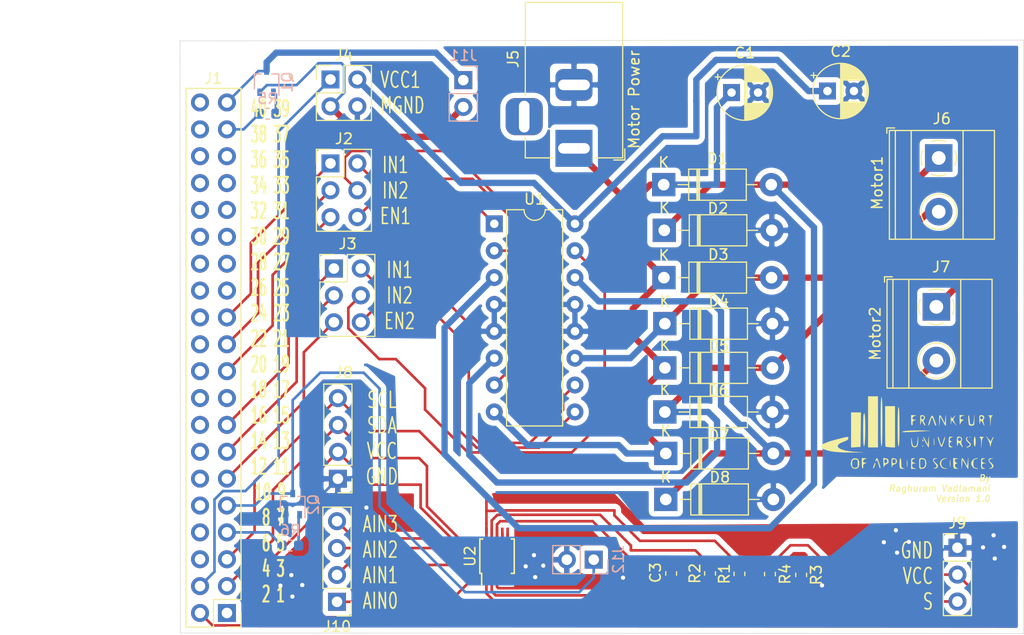
<source format=kicad_pcb>
(kicad_pcb (version 20171130) (host pcbnew "(5.1.6)-1")
  (layers (0 F.Cu signal) (31 B.Cu signal) (34 B.Paste user) (35 F.Paste user) (36 B.SilkS user) (37 F.SilkS user) (38 B.Mask user) (39 F.Mask user) (44 Edge.Cuts user))
  (net 0 "")
  (net 1 "Net-(J1-Pad40)")
  (net 2 "Net-(J1-Pad39)")
  (net 3 "Net-(J1-Pad38)")
  (net 4 "Net-(J1-Pad37)")
  (net 5 "Net-(J1-Pad36)")
  (net 6 "Net-(J1-Pad35)")
  (net 7 "Net-(J1-Pad34)")
  (net 8 "Net-(J1-Pad33)")
  (net 9 "Net-(J1-Pad32)")
  (net 10 "Net-(J1-Pad31)")
  (net 11 "Net-(J1-Pad30)")
  (net 12 "Net-(J1-Pad29)")
  (net 13 "Net-(J1-Pad28)")
  (net 14 "Net-(J1-Pad27)")
  (net 15 "Net-(J1-Pad26)")
  (net 16 "Net-(J1-Pad25)")
  (net 17 "Net-(J1-Pad24)")
  (net 18 "Net-(J1-Pad23)")
  (net 19 "Net-(J1-Pad22)")
  (net 20 "Net-(J1-Pad21)")
  (net 21 "Net-(J1-Pad20)")
  (net 22 "Net-(J1-Pad19)")
  (net 23 "Net-(J1-Pad18)")
  (net 24 "Net-(J1-Pad17)")
  (net 25 "Net-(J1-Pad16)")
  (net 26 "Net-(J1-Pad15)")
  (net 27 "Net-(J1-Pad14)")
  (net 28 "Net-(J1-Pad13)")
  (net 29 "Net-(J1-Pad12)")
  (net 30 "Net-(J1-Pad11)")
  (net 31 "Net-(J1-Pad10)")
  (net 32 "Net-(J1-Pad8)")
  (net 33 "Net-(J1-Pad7)")
  (net 34 "Net-(J1-Pad6)")
  (net 35 "Net-(J1-Pad4)")
  (net 36 "Net-(J1-Pad1)")
  (net 37 "Net-(J2-Pad6)")
  (net 38 "Net-(J2-Pad4)")
  (net 39 "Net-(J2-Pad2)")
  (net 40 "Net-(J3-Pad6)")
  (net 41 "Net-(J3-Pad4)")
  (net 42 "Net-(J3-Pad2)")
  (net 43 GND)
  (net 44 "Net-(C1-Pad1)")
  (net 45 "Net-(D1-Pad2)")
  (net 46 "Net-(D3-Pad2)")
  (net 47 "Net-(D5-Pad2)")
  (net 48 "Net-(D7-Pad2)")
  (net 49 "Net-(C2-Pad1)")
  (net 50 VCC)
  (net 51 /SCL)
  (net 52 /SDA)
  (net 53 /ALERT)
  (net 54 /ADDR)
  (net 55 /AIN0)
  (net 56 /AIN1)
  (net 57 /AIN2)
  (net 58 /AIN3)
  (net 59 "Net-(J1-Pad9)")
  (net 60 "Net-(Q1-Pad1)")
  (net 61 "Net-(Q2-Pad1)")
  (net 62 "Net-(J11-Pad2)")
  (module Connector_PinHeader_2.54mm:PinHeader_1x02_P2.54mm_Vertical (layer B.Cu) (at 136.3472 90.11412 90)
    (fp_text reference J12 (at 0 2.33 90) (layer B.SilkS) (effects (justify mirror)))
    (fp_text value Conn_01x02)
    (pad 2 thru_hole oval (at 0 -2.54 90) (size 1.7 1.7) (drill 1) (layers *.Cu *.Mask) (net 43 GND))
    (pad 1 thru_hole rect (at 0 0 90) (size 1.7 1.7) (drill 1) (layers *.Cu *.Mask) (net 59 "Net-(J1-Pad9)"))
  )
  (module Connector_PinHeader_2.54mm:PinHeader_1x02_P2.54mm_Vertical (layer B.Cu) (at 124.0282 44.7802 180)
    (fp_text reference J11 (at 0 2.33) (layer B.SilkS) (effects (justify mirror)))
    (fp_text value Conn_01x02)
    (pad 2 thru_hole oval (at 0 -2.54 180) (size 1.7 1.7) (drill 1) (layers *.Cu *.Mask) (net 62 "Net-(J11-Pad2)"))
    (pad 1 thru_hole rect (at 0 0 180) (size 1.7 1.7) (drill 1) (layers *.Cu *.Mask) (net 2 "Net-(J1-Pad39)"))
  )
  (module Resistor_SMD:R_0603_1608Metric (layer B.Cu) (at 107.68584 88.77808 180)
    (fp_text reference R6 (at 0 1.43) (layer B.SilkS) (effects (justify mirror)))
    (fp_text value 1K)
    (pad 2 smd roundrect (at 0.7875 0 180) (size 0.875 0.95) (layers B.Cu B.Paste B.Mask) (net 33 "Net-(J1-Pad7)"))
    (pad 1 smd roundrect (at -0.7875 0 180) (size 0.875 0.95) (layers B.Cu B.Paste B.Mask) (net 61 "Net-(Q2-Pad1)"))
  )
  (module Resistor_SMD:R_0603_1608Metric (layer B.Cu) (at 105.54208 47.9552 180)
    (fp_text reference R5 (at 0 1.43) (layer B.SilkS) (effects (justify mirror)))
    (fp_text value 1K)
    (pad 2 smd roundrect (at 0.7875 0 180) (size 0.875 0.95) (layers B.Cu B.Paste B.Mask) (net 4 "Net-(J1-Pad37)"))
    (pad 1 smd roundrect (at -0.7875 0 180) (size 0.875 0.95) (layers B.Cu B.Paste B.Mask) (net 60 "Net-(Q1-Pad1)"))
  )
  (module Package_TO_SOT_SMD:SOT-323_SC-70 (layer B.Cu) (at 107.91444 84.8614 90)
    (fp_text reference Q2 (at -0.05 1.95 90) (layer B.SilkS) (effects (justify mirror)))
    (fp_text value BC817W)
    (pad 3 smd rect (at 1 0 180) (size 0.45 0.7) (layers B.Cu B.Paste B.Mask) (net 59 "Net-(J1-Pad9)"))
    (pad 2 smd rect (at -1 -0.65 180) (size 0.45 0.7) (layers B.Cu B.Paste B.Mask) (net 43 GND))
    (pad 1 smd rect (at -1 0.65 180) (size 0.45 0.7) (layers B.Cu B.Paste B.Mask) (net 61 "Net-(Q2-Pad1)"))
  )
  (module Package_TO_SOT_SMD:SOT-323_SC-70 (layer B.Cu) (at 105.45064 44.92752 90)
    (fp_text reference Q1 (at -0.05 1.95 270) (layer B.SilkS) (effects (justify mirror)))
    (fp_text value BC817W)
    (pad 3 smd rect (at 1 0 180) (size 0.45 0.7) (layers B.Cu B.Paste B.Mask) (net 2 "Net-(J1-Pad39)"))
    (pad 2 smd rect (at -1 -0.65 180) (size 0.45 0.7) (layers B.Cu B.Paste B.Mask) (net 62 "Net-(J11-Pad2)"))
    (pad 1 smd rect (at -1 0.65 180) (size 0.45 0.7) (layers B.Cu B.Paste B.Mask) (net 60 "Net-(Q1-Pad1)"))
  )
  (module logo:FHFrankfurtLogo (layer F.Cu) (at 166.243 78.22692)
    (fp_text reference G*** hide)
    (fp_text value LOGO hide)
  )
  (module Connector_PinHeader_2.54mm:PinHeader_1x04_P2.54mm_Vertical (layer F.Cu) (at 112.10036 94.09684 180)
    (fp_text reference J10 (at 0 -2.33) (layer F.SilkS))
    (fp_text value Conn_01x04)
    (pad 4 thru_hole oval (at 0 7.62 180) (size 1.7 1.7) (drill 1) (layers *.Cu *.Mask) (net 58 /AIN3))
    (pad 3 thru_hole oval (at 0 5.08 180) (size 1.7 1.7) (drill 1) (layers *.Cu *.Mask) (net 57 /AIN2))
    (pad 2 thru_hole oval (at 0 2.54 180) (size 1.7 1.7) (drill 1) (layers *.Cu *.Mask) (net 56 /AIN1))
    (pad 1 thru_hole rect (at 0 0 180) (size 1.7 1.7) (drill 1) (layers *.Cu *.Mask) (net 55 /AIN0))
  )
  (module Connector_PinHeader_2.54mm:PinHeader_1x03_P2.54mm_Vertical (layer F.Cu) (at 170.70324 88.98636)
    (fp_text reference J9 (at 0 -2.33) (layer F.SilkS))
    (fp_text value Conn_01x03)
    (pad 3 thru_hole oval (at 0 5.08) (size 1.7 1.7) (drill 1) (layers *.Cu *.Mask) (net 55 /AIN0))
    (pad 2 thru_hole oval (at 0 2.54) (size 1.7 1.7) (drill 1) (layers *.Cu *.Mask) (net 50 VCC))
    (pad 1 thru_hole rect (at 0 0) (size 1.7 1.7) (drill 1) (layers *.Cu *.Mask) (net 43 GND))
  )
  (module Package_SO:TSSOP-10_3x3mm_P0.5mm (layer F.Cu) (at 127.21336 89.78392 90)
    (fp_text reference U2 (at 0 -2.55 90) (layer F.SilkS))
    (fp_text value ADS1115IDGS)
    (pad 10 smd rect (at 2.15 -1 90) (size 1.1 0.25) (layers F.Cu F.Paste F.Mask) (net 51 /SCL))
    (pad 9 smd rect (at 2.15 -0.5 90) (size 1.1 0.25) (layers F.Cu F.Paste F.Mask) (net 52 /SDA))
    (pad 8 smd rect (at 2.15 0 90) (size 1.1 0.25) (layers F.Cu F.Paste F.Mask) (net 50 VCC))
    (pad 7 smd rect (at 2.15 0.5 90) (size 1.1 0.25) (layers F.Cu F.Paste F.Mask) (net 58 /AIN3))
    (pad 6 smd rect (at 2.15 1 90) (size 1.1 0.25) (layers F.Cu F.Paste F.Mask) (net 57 /AIN2))
    (pad 5 smd rect (at -2.15 1 90) (size 1.1 0.25) (layers F.Cu F.Paste F.Mask) (net 56 /AIN1))
    (pad 4 smd rect (at -2.15 0.5 90) (size 1.1 0.25) (layers F.Cu F.Paste F.Mask) (net 55 /AIN0))
    (pad 3 smd rect (at -2.15 0 90) (size 1.1 0.25) (layers F.Cu F.Paste F.Mask) (net 43 GND))
    (pad 2 smd rect (at -2.15 -0.5 90) (size 1.1 0.25) (layers F.Cu F.Paste F.Mask) (net 53 /ALERT))
    (pad 1 smd rect (at -2.15 -1 90) (size 1.1 0.25) (layers F.Cu F.Paste F.Mask) (net 54 /ADDR))
  )
  (module Capacitor_SMD:C_0603_1608Metric (layer F.Cu) (at 143.6624 91.4146 270)
    (fp_text reference C3 (at -0.07112 1.48336 90) (layer F.SilkS))
    (fp_text value 1uF)
    (pad 2 smd roundrect (at 0.7875 0 270) (size 0.875 0.95) (layers F.Cu F.Paste F.Mask) (net 43 GND))
    (pad 1 smd roundrect (at -0.7875 0 270) (size 0.875 0.95) (layers F.Cu F.Paste F.Mask) (net 50 VCC))
  )
  (module Resistor_SMD:R_0603_1608Metric (layer F.Cu) (at 155.94076 91.55176 270)
    (fp_text reference R3 (at 0 -1.43 90) (layer F.SilkS))
    (fp_text value 10K)
    (pad 2 smd roundrect (at 0.7875 0 270) (size 0.875 0.95) (layers F.Cu F.Paste F.Mask) (net 54 /ADDR))
    (pad 1 smd roundrect (at -0.7875 0 270) (size 0.875 0.95) (layers F.Cu F.Paste F.Mask) (net 43 GND))
  )
  (module Resistor_SMD:R_0603_1608Metric (layer F.Cu) (at 147.33524 91.4146 90)
    (fp_text reference R2 (at 0 -1.43 90) (layer F.SilkS))
    (fp_text value 10K)
    (pad 2 smd roundrect (at 0.7875 0 90) (size 0.875 0.95) (layers F.Cu F.Paste F.Mask) (net 52 /SDA))
    (pad 1 smd roundrect (at -0.7875 0 90) (size 0.875 0.95) (layers F.Cu F.Paste F.Mask) (net 50 VCC))
  )
  (module Resistor_SMD:R_0603_1608Metric (layer F.Cu) (at 150.114 91.45524 90)
    (fp_text reference R1 (at 0 -1.43 90) (layer F.SilkS))
    (fp_text value 10K)
    (pad 2 smd roundrect (at 0.7875 0 90) (size 0.875 0.95) (layers F.Cu F.Paste F.Mask) (net 51 /SCL))
    (pad 1 smd roundrect (at -0.7875 0 90) (size 0.875 0.95) (layers F.Cu F.Paste F.Mask) (net 50 VCC))
  )
  (module Resistor_SMD:R_0603_1608Metric (layer F.Cu) (at 152.99436 91.47556 270)
    (fp_text reference R4 (at 0 -1.43 90) (layer F.SilkS))
    (fp_text value 10K)
    (pad 2 smd roundrect (at 0.7875 0 270) (size 0.875 0.95) (layers F.Cu F.Paste F.Mask) (net 53 /ALERT))
    (pad 1 smd roundrect (at -0.7875 0 270) (size 0.875 0.95) (layers F.Cu F.Paste F.Mask) (net 50 VCC))
  )
  (module Connector_PinHeader_2.54mm:PinHeader_2x03_P2.54mm_Vertical (layer F.Cu) (at 111.80572 62.59068)
    (fp_text reference J3 (at 1.30048 -2.33) (layer F.SilkS))
    (fp_text value Conn_02x03_Odd_Even)
    (pad 6 thru_hole oval (at 2.54 5.08) (size 1.7 1.7) (drill 1) (layers *.Cu *.Mask) (net 40 "Net-(J3-Pad6)"))
    (pad 5 thru_hole oval (at 0 5.08) (size 1.7 1.7) (drill 1) (layers *.Cu *.Mask) (net 30 "Net-(J1-Pad11)"))
    (pad 4 thru_hole oval (at 2.54 2.54) (size 1.7 1.7) (drill 1) (layers *.Cu *.Mask) (net 41 "Net-(J3-Pad4)"))
    (pad 3 thru_hole oval (at 0 2.54) (size 1.7 1.7) (drill 1) (layers *.Cu *.Mask) (net 28 "Net-(J1-Pad13)"))
    (pad 2 thru_hole oval (at 2.54 0) (size 1.7 1.7) (drill 1) (layers *.Cu *.Mask) (net 42 "Net-(J3-Pad2)"))
    (pad 1 thru_hole rect (at 0 0) (size 1.7 1.7) (drill 1) (layers *.Cu *.Mask) (net 26 "Net-(J1-Pad15)"))
  )
  (module Connector_PinHeader_2.54mm:PinHeader_2x20_P2.54mm_Vertical (layer F.Cu) (at 101.7016 95.15348 180)
    (fp_text reference J1 (at 1.2954 50.54092) (layer F.SilkS))
    (fp_text value Conn_02x20_Odd_Even)
    (pad 40 thru_hole oval (at 2.54 48.26 180) (size 1.7 1.7) (drill 1) (layers *.Cu *.Mask) (net 1 "Net-(J1-Pad40)"))
    (pad 39 thru_hole oval (at 0 48.26 180) (size 1.7 1.7) (drill 1) (layers *.Cu *.Mask) (net 2 "Net-(J1-Pad39)"))
    (pad 38 thru_hole oval (at 2.54 45.72 180) (size 1.7 1.7) (drill 1) (layers *.Cu *.Mask) (net 3 "Net-(J1-Pad38)"))
    (pad 37 thru_hole oval (at 0 45.72 180) (size 1.7 1.7) (drill 1) (layers *.Cu *.Mask) (net 4 "Net-(J1-Pad37)"))
    (pad 36 thru_hole oval (at 2.54 43.18 180) (size 1.7 1.7) (drill 1) (layers *.Cu *.Mask) (net 5 "Net-(J1-Pad36)"))
    (pad 35 thru_hole oval (at 0 43.18 180) (size 1.7 1.7) (drill 1) (layers *.Cu *.Mask) (net 6 "Net-(J1-Pad35)"))
    (pad 34 thru_hole oval (at 2.54 40.64 180) (size 1.7 1.7) (drill 1) (layers *.Cu *.Mask) (net 7 "Net-(J1-Pad34)"))
    (pad 33 thru_hole oval (at 0 40.64 180) (size 1.7 1.7) (drill 1) (layers *.Cu *.Mask) (net 8 "Net-(J1-Pad33)"))
    (pad 32 thru_hole oval (at 2.54 38.1 180) (size 1.7 1.7) (drill 1) (layers *.Cu *.Mask) (net 9 "Net-(J1-Pad32)"))
    (pad 31 thru_hole oval (at 0 38.1 180) (size 1.7 1.7) (drill 1) (layers *.Cu *.Mask) (net 10 "Net-(J1-Pad31)"))
    (pad 30 thru_hole oval (at 2.54 35.56 180) (size 1.7 1.7) (drill 1) (layers *.Cu *.Mask) (net 11 "Net-(J1-Pad30)"))
    (pad 29 thru_hole oval (at 0 35.56 180) (size 1.7 1.7) (drill 1) (layers *.Cu *.Mask) (net 12 "Net-(J1-Pad29)"))
    (pad 28 thru_hole oval (at 2.54 33.02 180) (size 1.7 1.7) (drill 1) (layers *.Cu *.Mask) (net 13 "Net-(J1-Pad28)"))
    (pad 27 thru_hole oval (at 0 33.02 180) (size 1.7 1.7) (drill 1) (layers *.Cu *.Mask) (net 14 "Net-(J1-Pad27)"))
    (pad 26 thru_hole oval (at 2.54 30.48 180) (size 1.7 1.7) (drill 1) (layers *.Cu *.Mask) (net 15 "Net-(J1-Pad26)"))
    (pad 25 thru_hole oval (at 0 30.48 180) (size 1.7 1.7) (drill 1) (layers *.Cu *.Mask) (net 16 "Net-(J1-Pad25)"))
    (pad 24 thru_hole oval (at 2.54 27.94 180) (size 1.7 1.7) (drill 1) (layers *.Cu *.Mask) (net 17 "Net-(J1-Pad24)"))
    (pad 23 thru_hole oval (at 0 27.94 180) (size 1.7 1.7) (drill 1) (layers *.Cu *.Mask) (net 18 "Net-(J1-Pad23)"))
    (pad 22 thru_hole oval (at 2.54 25.4 180) (size 1.7 1.7) (drill 1) (layers *.Cu *.Mask) (net 19 "Net-(J1-Pad22)"))
    (pad 21 thru_hole oval (at 0 25.4 180) (size 1.7 1.7) (drill 1) (layers *.Cu *.Mask) (net 20 "Net-(J1-Pad21)"))
    (pad 20 thru_hole oval (at 2.54 22.86 180) (size 1.7 1.7) (drill 1) (layers *.Cu *.Mask) (net 21 "Net-(J1-Pad20)"))
    (pad 19 thru_hole oval (at 0 22.86 180) (size 1.7 1.7) (drill 1) (layers *.Cu *.Mask) (net 22 "Net-(J1-Pad19)"))
    (pad 18 thru_hole oval (at 2.54 20.32 180) (size 1.7 1.7) (drill 1) (layers *.Cu *.Mask) (net 23 "Net-(J1-Pad18)"))
    (pad 17 thru_hole oval (at 0 20.32 180) (size 1.7 1.7) (drill 1) (layers *.Cu *.Mask) (net 24 "Net-(J1-Pad17)"))
    (pad 16 thru_hole oval (at 2.54 17.78 180) (size 1.7 1.7) (drill 1) (layers *.Cu *.Mask) (net 25 "Net-(J1-Pad16)"))
    (pad 15 thru_hole oval (at 0 17.78 180) (size 1.7 1.7) (drill 1) (layers *.Cu *.Mask) (net 26 "Net-(J1-Pad15)"))
    (pad 14 thru_hole oval (at 2.54 15.24 180) (size 1.7 1.7) (drill 1) (layers *.Cu *.Mask) (net 27 "Net-(J1-Pad14)"))
    (pad 13 thru_hole oval (at 0 15.24 180) (size 1.7 1.7) (drill 1) (layers *.Cu *.Mask) (net 28 "Net-(J1-Pad13)"))
    (pad 12 thru_hole oval (at 2.54 12.7 180) (size 1.7 1.7) (drill 1) (layers *.Cu *.Mask) (net 29 "Net-(J1-Pad12)"))
    (pad 11 thru_hole oval (at 0 12.7 180) (size 1.7 1.7) (drill 1) (layers *.Cu *.Mask) (net 30 "Net-(J1-Pad11)"))
    (pad 10 thru_hole oval (at 2.54 10.16 180) (size 1.7 1.7) (drill 1) (layers *.Cu *.Mask) (net 31 "Net-(J1-Pad10)"))
    (pad 9 thru_hole oval (at 0 10.16 180) (size 1.7 1.7) (drill 1) (layers *.Cu *.Mask) (net 59 "Net-(J1-Pad9)"))
    (pad 8 thru_hole oval (at 2.54 7.62 180) (size 1.7 1.7) (drill 1) (layers *.Cu *.Mask) (net 32 "Net-(J1-Pad8)"))
    (pad 7 thru_hole oval (at 0 7.62 180) (size 1.7 1.7) (drill 1) (layers *.Cu *.Mask) (net 33 "Net-(J1-Pad7)"))
    (pad 6 thru_hole oval (at 2.54 5.08 180) (size 1.7 1.7) (drill 1) (layers *.Cu *.Mask) (net 34 "Net-(J1-Pad6)"))
    (pad 5 thru_hole oval (at 0 5.08 180) (size 1.7 1.7) (drill 1) (layers *.Cu *.Mask) (net 51 /SCL))
    (pad 4 thru_hole oval (at 2.54 2.54 180) (size 1.7 1.7) (drill 1) (layers *.Cu *.Mask) (net 35 "Net-(J1-Pad4)"))
    (pad 3 thru_hole oval (at 0 2.54 180) (size 1.7 1.7) (drill 1) (layers *.Cu *.Mask) (net 52 /SDA))
    (pad 2 thru_hole oval (at 2.54 0 180) (size 1.7 1.7) (drill 1) (layers *.Cu *.Mask) (net 50 VCC))
    (pad 1 thru_hole rect (at 0 0 180) (size 1.7 1.7) (drill 1) (layers *.Cu *.Mask) (net 36 "Net-(J1-Pad1)"))
  )
  (module TerminalBlock_Phoenix:TerminalBlock_Phoenix_MKDS-1,5-2-5.08_1x02_P5.08mm_Horizontal (layer F.Cu) (at 168.71188 66.21272 270)
    (fp_text reference J7 (at -3.76936 -0.45212 180) (layer F.SilkS))
    (fp_text value Motor2 (at 2.52984 5.78104 90) (layer F.SilkS))
    (pad 2 thru_hole circle (at 5.08 0 270) (size 2.6 2.6) (drill 1.3) (layers *.Cu *.Mask) (net 48 "Net-(D7-Pad2)"))
    (pad 1 thru_hole rect (at 0 0 270) (size 2.6 2.6) (drill 1.3) (layers *.Cu *.Mask) (net 46 "Net-(D3-Pad2)"))
  )
  (module TerminalBlock_Phoenix:TerminalBlock_Phoenix_MKDS-1,5-2-5.08_1x02_P5.08mm_Horizontal (layer F.Cu) (at 168.9354 52.14112 270)
    (fp_text reference J6 (at -3.7084 -0.29464) (layer F.SilkS))
    (fp_text value Motor1 (at 2.35204 5.81152 90) (layer F.SilkS))
    (pad 2 thru_hole circle (at 5.08 0 270) (size 2.6 2.6) (drill 1.3) (layers *.Cu *.Mask) (net 47 "Net-(D5-Pad2)"))
    (pad 1 thru_hole rect (at 0 0 270) (size 2.6 2.6) (drill 1.3) (layers *.Cu *.Mask) (net 45 "Net-(D1-Pad2)"))
  )
  (module Connector_PinHeader_2.54mm:PinHeader_1x04_P2.54mm_Vertical (layer F.Cu) (at 112.18164 82.46364 180)
    (fp_text reference J8 (at -0.5588 10.05332) (layer F.SilkS))
    (fp_text value Conn_01x04)
    (pad 4 thru_hole oval (at 0 7.62 180) (size 1.7 1.7) (drill 1) (layers *.Cu *.Mask) (net 51 /SCL))
    (pad 3 thru_hole oval (at 0 5.08 180) (size 1.7 1.7) (drill 1) (layers *.Cu *.Mask) (net 52 /SDA))
    (pad 2 thru_hole oval (at 0 2.54 180) (size 1.7 1.7) (drill 1) (layers *.Cu *.Mask) (net 50 VCC))
    (pad 1 thru_hole rect (at 0 0 180) (size 1.7 1.7) (drill 1) (layers *.Cu *.Mask) (net 43 GND))
  )
  (module Connector_BarrelJack:BarrelJack_Horizontal (layer F.Cu) (at 134.48284 51.2318 270)
    (fp_text reference J5 (at -8.45 5.75 90) (layer F.SilkS))
    (fp_text value "Motor Power" (at -4.61772 -5.67944 90) (layer F.SilkS))
    (pad 3 thru_hole roundrect (at -3 4.7 270) (size 3.5 3.5) (drill oval 3 1) (layers *.Cu *.Mask))
    (pad 2 thru_hole roundrect (at -6 0 270) (size 3 3.5) (drill oval 1 3) (layers *.Cu *.Mask) (net 43 GND))
    (pad 1 thru_hole rect (at 0 0 270) (size 3.5 3.5) (drill oval 1 3) (layers *.Cu *.Mask) (net 44 "Net-(C1-Pad1)"))
  )
  (module Capacitor_THT:CP_Radial_D5.0mm_P2.50mm (layer F.Cu) (at 158.42488 45.81144)
    (fp_text reference C2 (at 1.25 -3.75) (layer F.SilkS))
    (fp_text value 0.1uF)
    (pad 1 thru_hole rect (at 0 0) (size 1.6 1.6) (drill 0.8) (layers *.Cu *.Mask) (net 49 "Net-(C2-Pad1)"))
    (pad 2 thru_hole circle (at 2.5 0) (size 1.6 1.6) (drill 0.8) (layers *.Cu *.Mask) (net 43 GND))
  )
  (module Diode_THT:D_DO-41_SOD81_P10.16mm_Horizontal (layer F.Cu) (at 143.1544 84.41944)
    (fp_text reference D8 (at 5.1054 -2.09804) (layer F.SilkS))
    (fp_text value 1N4007)
    (fp_text user K (at 0 -2.1) (layer F.SilkS))
    (pad 1 thru_hole rect (at 0 0) (size 2.2 2.2) (drill 1.1) (layers *.Cu *.Mask) (net 48 "Net-(D7-Pad2)"))
    (pad 2 thru_hole oval (at 10.16 0) (size 2.2 2.2) (drill 1.1) (layers *.Cu *.Mask) (net 43 GND))
  )
  (module Diode_THT:D_DO-41_SOD81_P10.16mm_Horizontal (layer F.Cu) (at 143.1544 80.07096)
    (fp_text reference D7 (at 5.02412 -1.70688) (layer F.SilkS))
    (fp_text value 1N4007)
    (fp_text user K (at 0 -2.1) (layer F.SilkS))
    (pad 1 thru_hole rect (at 0 0) (size 2.2 2.2) (drill 1.1) (layers *.Cu *.Mask) (net 44 "Net-(C1-Pad1)"))
    (pad 2 thru_hole oval (at 10.16 0) (size 2.2 2.2) (drill 1.1) (layers *.Cu *.Mask) (net 48 "Net-(D7-Pad2)"))
  )
  (module Diode_THT:D_DO-41_SOD81_P10.16mm_Horizontal (layer F.Cu) (at 143.06804 76.15428)
    (fp_text reference D6 (at 5.04952 -2.04216) (layer F.SilkS))
    (fp_text value 1N4007)
    (fp_text user K (at 0 -2.1) (layer F.SilkS))
    (pad 1 thru_hole rect (at 0 0) (size 2.2 2.2) (drill 1.1) (layers *.Cu *.Mask) (net 47 "Net-(D5-Pad2)"))
    (pad 2 thru_hole oval (at 10.16 0) (size 2.2 2.2) (drill 1.1) (layers *.Cu *.Mask) (net 43 GND))
  )
  (module Diode_THT:D_DO-41_SOD81_P10.16mm_Horizontal (layer F.Cu) (at 143.06804 71.97852)
    (fp_text reference D5 (at 5.08508 -2.06756) (layer F.SilkS))
    (fp_text value 1N4007)
    (fp_text user K (at 0 -2.1) (layer F.SilkS))
    (pad 1 thru_hole rect (at 0 0) (size 2.2 2.2) (drill 1.1) (layers *.Cu *.Mask) (net 44 "Net-(C1-Pad1)"))
    (pad 2 thru_hole oval (at 10.16 0) (size 2.2 2.2) (drill 1.1) (layers *.Cu *.Mask) (net 47 "Net-(D5-Pad2)"))
  )
  (module Diode_THT:D_DO-41_SOD81_P10.16mm_Horizontal (layer F.Cu) (at 143.06804 67.80276)
    (fp_text reference D4 (at 5.09524 -2.14376) (layer F.SilkS))
    (fp_text value 1N4007)
    (fp_text user K (at 0 -2.1) (layer F.SilkS))
    (pad 1 thru_hole rect (at 0 0) (size 2.2 2.2) (drill 1.1) (layers *.Cu *.Mask) (net 46 "Net-(D3-Pad2)"))
    (pad 2 thru_hole oval (at 10.16 0) (size 2.2 2.2) (drill 1.1) (layers *.Cu *.Mask) (net 43 GND))
  )
  (module Diode_THT:D_DO-41_SOD81_P10.16mm_Horizontal (layer F.Cu) (at 142.98168 63.45428)
    (fp_text reference D3 (at 5.13588 -2.17932) (layer F.SilkS))
    (fp_text value 1N4007)
    (fp_text user K (at 0 -2.1) (layer F.SilkS))
    (pad 1 thru_hole rect (at 0 0) (size 2.2 2.2) (drill 1.1) (layers *.Cu *.Mask) (net 44 "Net-(C1-Pad1)"))
    (pad 2 thru_hole oval (at 10.16 0) (size 2.2 2.2) (drill 1.1) (layers *.Cu *.Mask) (net 46 "Net-(D3-Pad2)"))
  )
  (module Diode_THT:D_DO-41_SOD81_P10.16mm_Horizontal (layer F.Cu) (at 143.01216 58.9788)
    (fp_text reference D2 (at 5.06984 -2.07772) (layer F.SilkS))
    (fp_text value 1N4007)
    (fp_text user K (at 0 -2.1) (layer F.SilkS))
    (pad 1 thru_hole rect (at 0 0) (size 2.2 2.2) (drill 1.1) (layers *.Cu *.Mask) (net 45 "Net-(D1-Pad2)"))
    (pad 2 thru_hole oval (at 10.16 0) (size 2.2 2.2) (drill 1.1) (layers *.Cu *.Mask) (net 43 GND))
  )
  (module Diode_THT:D_DO-41_SOD81_P10.16mm_Horizontal (layer F.Cu) (at 142.95628 54.66588)
    (fp_text reference D1 (at 5.08 -2.47) (layer F.SilkS))
    (fp_text value 1N4007)
    (fp_text user K (at 0 -2.1) (layer F.SilkS))
    (pad 1 thru_hole rect (at 0 0) (size 2.2 2.2) (drill 1.1) (layers *.Cu *.Mask) (net 44 "Net-(C1-Pad1)"))
    (pad 2 thru_hole oval (at 10.16 0) (size 2.2 2.2) (drill 1.1) (layers *.Cu *.Mask) (net 45 "Net-(D1-Pad2)"))
  )
  (module Capacitor_THT:CP_Radial_D5.0mm_P2.50mm (layer F.Cu) (at 149.36724 45.95876)
    (fp_text reference C1 (at 1.25 -3.75) (layer F.SilkS))
    (fp_text value 1uF)
    (pad 1 thru_hole rect (at 0 0) (size 1.6 1.6) (drill 0.8) (layers *.Cu *.Mask) (net 44 "Net-(C1-Pad1)"))
    (pad 2 thru_hole circle (at 2.5 0) (size 1.6 1.6) (drill 0.8) (layers *.Cu *.Mask) (net 43 GND))
  )
  (module Package_DIP:DIP-16_W7.62mm (layer F.Cu) (at 126.95428 58.36412)
    (fp_text reference U1 (at 3.81 -2.33) (layer F.SilkS))
    (fp_text value L293D)
    (pad 16 thru_hole oval (at 7.62 0) (size 1.6 1.6) (drill 0.8) (layers *.Cu *.Mask) (net 49 "Net-(C2-Pad1)"))
    (pad 8 thru_hole oval (at 0 17.78) (size 1.6 1.6) (drill 0.8) (layers *.Cu *.Mask) (net 44 "Net-(C1-Pad1)"))
    (pad 15 thru_hole oval (at 7.62 2.54) (size 1.6 1.6) (drill 0.8) (layers *.Cu *.Mask) (net 41 "Net-(J3-Pad4)"))
    (pad 7 thru_hole oval (at 0 15.24) (size 1.6 1.6) (drill 0.8) (layers *.Cu *.Mask) (net 38 "Net-(J2-Pad4)"))
    (pad 14 thru_hole oval (at 7.62 5.08) (size 1.6 1.6) (drill 0.8) (layers *.Cu *.Mask) (net 48 "Net-(D7-Pad2)"))
    (pad 6 thru_hole oval (at 0 12.7) (size 1.6 1.6) (drill 0.8) (layers *.Cu *.Mask) (net 47 "Net-(D5-Pad2)"))
    (pad 13 thru_hole oval (at 7.62 7.62) (size 1.6 1.6) (drill 0.8) (layers *.Cu *.Mask) (net 43 GND))
    (pad 5 thru_hole oval (at 0 10.16) (size 1.6 1.6) (drill 0.8) (layers *.Cu *.Mask) (net 43 GND))
    (pad 12 thru_hole oval (at 7.62 10.16) (size 1.6 1.6) (drill 0.8) (layers *.Cu *.Mask) (net 43 GND))
    (pad 4 thru_hole oval (at 0 7.62) (size 1.6 1.6) (drill 0.8) (layers *.Cu *.Mask) (net 43 GND))
    (pad 11 thru_hole oval (at 7.62 12.7) (size 1.6 1.6) (drill 0.8) (layers *.Cu *.Mask) (net 46 "Net-(D3-Pad2)"))
    (pad 3 thru_hole oval (at 0 5.08) (size 1.6 1.6) (drill 0.8) (layers *.Cu *.Mask) (net 45 "Net-(D1-Pad2)"))
    (pad 10 thru_hole oval (at 7.62 15.24) (size 1.6 1.6) (drill 0.8) (layers *.Cu *.Mask) (net 42 "Net-(J3-Pad2)"))
    (pad 2 thru_hole oval (at 0 2.54) (size 1.6 1.6) (drill 0.8) (layers *.Cu *.Mask) (net 39 "Net-(J2-Pad2)"))
    (pad 9 thru_hole oval (at 7.62 17.78) (size 1.6 1.6) (drill 0.8) (layers *.Cu *.Mask) (net 40 "Net-(J3-Pad6)"))
    (pad 1 thru_hole rect (at 0 0) (size 1.6 1.6) (drill 0.8) (layers *.Cu *.Mask) (net 37 "Net-(J2-Pad6)"))
  )
  (module Connector_PinHeader_2.54mm:PinHeader_2x02_P2.54mm_Vertical (layer F.Cu) (at 111.4806 44.71924)
    (fp_text reference J4 (at 1.27 -2.33) (layer F.SilkS))
    (fp_text value Conn_02x02_Odd_Even)
    (pad 4 thru_hole oval (at 2.54 2.54) (size 1.7 1.7) (drill 1) (layers *.Cu *.Mask) (net 43 GND))
    (pad 3 thru_hole oval (at 0 2.54) (size 1.7 1.7) (drill 1) (layers *.Cu *.Mask) (net 62 "Net-(J11-Pad2)"))
    (pad 2 thru_hole oval (at 2.54 0) (size 1.7 1.7) (drill 1) (layers *.Cu *.Mask) (net 49 "Net-(C2-Pad1)"))
    (pad 1 thru_hole rect (at 0 0) (size 1.7 1.7) (drill 1) (layers *.Cu *.Mask) (net 35 "Net-(J1-Pad4)"))
  )
  (module Connector_PinHeader_2.54mm:PinHeader_2x03_P2.54mm_Vertical (layer F.Cu) (at 111.4806 52.6542)
    (fp_text reference J2 (at 1.27 -2.33) (layer F.SilkS))
    (fp_text value Conn_02x03_Odd_Even)
    (pad 6 thru_hole oval (at 2.54 5.08) (size 1.7 1.7) (drill 1) (layers *.Cu *.Mask) (net 37 "Net-(J2-Pad6)"))
    (pad 5 thru_hole oval (at 0 5.08) (size 1.7 1.7) (drill 1) (layers *.Cu *.Mask) (net 22 "Net-(J1-Pad19)"))
    (pad 4 thru_hole oval (at 2.54 2.54) (size 1.7 1.7) (drill 1) (layers *.Cu *.Mask) (net 38 "Net-(J2-Pad4)"))
    (pad 3 thru_hole oval (at 0 2.54) (size 1.7 1.7) (drill 1) (layers *.Cu *.Mask) (net 20 "Net-(J1-Pad21)"))
    (pad 2 thru_hole oval (at 2.54 0) (size 1.7 1.7) (drill 1) (layers *.Cu *.Mask) (net 39 "Net-(J2-Pad2)"))
    (pad 1 thru_hole rect (at 0 0) (size 1.7 1.7) (drill 1) (layers *.Cu *.Mask) (net 18 "Net-(J1-Pad23)"))
  )
  (gr_text "By\nRaghuram Vadlamani\nVersion 1.0" (at 173.86808 83.37804) (layer F.SilkS) (effects (font (size 0.6 0.6) (thickness 0.1) italic) (justify right)))
  (gr_text "VCC1\nMGND" (at 116.08308 45.96892) (layer F.SilkS) (effects (font (size 1.5 1)) (justify left)))
  (gr_text "GND\nVCC\nS" (at 168.49344 91.66352) (layer F.SilkS) (effects (font (size 1.5 1)) (justify right)))
  (gr_text "40 39\n38 37\n36 35\n34 33\n32 31\n30 29\n28 27\n26 25\n24 23\n22 21\n20 19\n18 17\n16 15\n14 13\n12 11\n10 9\n 8 7\n 6 5\n 4 3\n 2 1\n" (at 105.78592 70.43928) (layer F.SilkS) (effects (font (size 1.5 0.8) (thickness 0.2))))
  (gr_text "AIN3\nAIN2\nAIN1\nAIN0" (at 116.18976 90.38336) (layer F.SilkS) (effects (font (size 1.5 1))))
  (gr_text "SCL\nSDA\nVCC\nGND" (at 116.33708 78.6384) (layer F.SilkS) (effects (font (size 1.5 1))))
  (gr_text "IN1\nIN2\nEN2" (at 118.01348 65.14592) (layer F.SilkS) (effects (font (size 1.5 1))))
  (gr_text "IN1\nIN2\nEN1" (at 117.61216 55.22468) (layer F.SilkS) (effects (font (size 1.5 1))))
  (gr_line (start 97.27184 41.0718) (end 176.97196 40.9956) (layer Edge.Cuts) (width 0.05))
  (gr_line (start 97.27184 41.07688) (end 97.27184 41.08196) (layer Edge.Cuts) (width 0.05))
  (gr_line (start 97.29724 97.04832) (end 97.27184 41.07688) (layer Edge.Cuts) (width 0.05))
  (gr_line (start 176.97196 42.56024) (end 176.97196 40.9956) (layer Edge.Cuts) (width 0.05))
  (gr_line (start 176.93132 97.09404) (end 176.97196 42.56024) (layer Edge.Cuts) (width 0.05))
  (gr_line (start 173.96968 97.08388) (end 176.93132 97.09404) (layer Edge.Cuts) (width 0.05))
  (gr_line (start 97.29216 97.04324) (end 173.96968 97.08388) (layer Edge.Cuts) (width 0.05))
  (segment (start 104.66756 43.92752) (end 105.45064 43.92752) (width 0.25) (layer B.Cu) (net 2))
  (segment (start 101.7016 46.89348) (end 104.66756 43.92752) (width 0.25) (layer B.Cu) (net 2))
  (segment (start 105.45064 43.92752) (end 105.45064 43.09364) (width 0.6) (layer B.Cu) (net 2))
  (segment (start 105.45064 43.09364) (end 106.35996 42.18432) (width 0.6) (layer B.Cu) (net 2))
  (segment (start 121.43232 42.18432) (end 124.0282 44.7802) (width 0.6) (layer B.Cu) (net 2))
  (segment (start 106.35996 42.18432) (end 121.43232 42.18432) (width 0.6) (layer B.Cu) (net 2))
  (segment (start 103.2763 49.43348) (end 104.75458 47.9552) (width 0.25) (layer B.Cu) (net 4))
  (segment (start 101.7016 49.43348) (end 103.2763 49.43348) (width 0.25) (layer B.Cu) (net 4))
  (segment (start 101.7016 67.21348) (end 103.62692 65.28816) (width 0.25) (layer F.Cu) (net 18))
  (segment (start 103.62692 65.28816) (end 103.63708 65.28816) (width 0.25) (layer F.Cu) (net 18))
  (segment (start 103.63708 65.28816) (end 103.95712 64.96812) (width 0.25) (layer F.Cu) (net 18))
  (segment (start 103.95712 60.17768) (end 111.4806 52.6542) (width 0.25) (layer F.Cu) (net 18))
  (segment (start 103.95712 64.96812) (end 103.95712 60.17768) (width 0.25) (layer F.Cu) (net 18))
  (segment (start 101.7016 69.75348) (end 104.63784 66.81724) (width 0.25) (layer F.Cu) (net 20))
  (segment (start 104.63784 62.03696) (end 111.4806 55.1942) (width 0.25) (layer F.Cu) (net 20))
  (segment (start 104.63784 66.81724) (end 104.63784 62.03696) (width 0.25) (layer F.Cu) (net 20))
  (segment (start 101.7016 72.29348) (end 106.0196 67.97548) (width 0.25) (layer F.Cu) (net 22))
  (segment (start 106.0196 63.1952) (end 111.4806 57.7342) (width 0.25) (layer F.Cu) (net 22))
  (segment (start 106.0196 67.97548) (end 106.0196 63.1952) (width 0.25) (layer F.Cu) (net 22))
  (segment (start 102.876601 76.198479) (end 102.876601 76.178159) (width 0.25) (layer F.Cu) (net 26))
  (segment (start 101.7016 77.37348) (end 102.876601 76.198479) (width 0.25) (layer F.Cu) (net 26))
  (segment (start 102.876601 76.178159) (end 107.52836 71.5264) (width 0.25) (layer F.Cu) (net 26))
  (segment (start 107.52836 66.86804) (end 111.80572 62.59068) (width 0.25) (layer F.Cu) (net 26))
  (segment (start 107.52836 71.5264) (end 107.52836 66.86804) (width 0.25) (layer F.Cu) (net 26))
  (segment (start 102.876601 78.738479) (end 102.876601 78.707999) (width 0.25) (layer F.Cu) (net 28))
  (segment (start 101.7016 79.91348) (end 102.876601 78.738479) (width 0.25) (layer F.Cu) (net 28))
  (segment (start 102.876601 78.707999) (end 108.29036 73.29424) (width 0.25) (layer F.Cu) (net 28))
  (segment (start 108.29036 68.64604) (end 111.80572 65.13068) (width 0.25) (layer F.Cu) (net 28))
  (segment (start 108.29036 73.29424) (end 108.29036 68.64604) (width 0.25) (layer F.Cu) (net 28))
  (segment (start 101.7016 82.45348) (end 108.966 75.18908) (width 0.25) (layer F.Cu) (net 30))
  (segment (start 108.966 70.5104) (end 111.80572 67.67068) (width 0.25) (layer F.Cu) (net 30))
  (segment (start 108.966 75.18908) (end 108.966 70.5104) (width 0.25) (layer F.Cu) (net 30))
  (segment (start 105.65374 87.53348) (end 106.89834 88.77808) (width 0.25) (layer B.Cu) (net 33))
  (segment (start 101.7016 87.53348) (end 105.65374 87.53348) (width 0.25) (layer B.Cu) (net 33))
  (segment (start 106.58348 49.61636) (end 111.4806 44.71924) (width 0.25) (layer B.Cu) (net 35))
  (segment (start 101.327597 83.628481) (end 103.442519 83.628481) (width 0.25) (layer B.Cu) (net 35))
  (segment (start 100.526599 84.429479) (end 101.327597 83.628481) (width 0.25) (layer B.Cu) (net 35))
  (segment (start 99.1616 92.61348) (end 100.526599 91.248481) (width 0.25) (layer B.Cu) (net 35))
  (segment (start 100.526599 91.248481) (end 100.526599 84.429479) (width 0.25) (layer B.Cu) (net 35))
  (segment (start 106.58348 80.48752) (end 106.58348 49.61636) (width 0.25) (layer B.Cu) (net 35))
  (segment (start 103.442519 83.628481) (end 106.58348 80.48752) (width 0.25) (layer B.Cu) (net 35))
  (segment (start 125.352881 56.762721) (end 126.95428 58.36412) (width 0.25) (layer F.Cu) (net 37))
  (segment (start 114.992079 56.762721) (end 125.352881 56.762721) (width 0.25) (layer F.Cu) (net 37))
  (segment (start 114.0206 57.7342) (end 114.992079 56.762721) (width 0.25) (layer F.Cu) (net 37))
  (segment (start 129.67505 70.88335) (end 126.95428 73.60412) (width 0.25) (layer F.Cu) (net 38))
  (segment (start 122.890771 51.479199) (end 129.67505 58.263478) (width 0.25) (layer F.Cu) (net 38))
  (segment (start 113.456599 51.479199) (end 122.890771 51.479199) (width 0.25) (layer F.Cu) (net 38))
  (segment (start 112.845599 52.090199) (end 113.456599 51.479199) (width 0.25) (layer F.Cu) (net 38))
  (segment (start 129.67505 58.263478) (end 129.67505 70.88335) (width 0.25) (layer F.Cu) (net 38))
  (segment (start 112.845599 54.019199) (end 112.845599 52.090199) (width 0.25) (layer F.Cu) (net 38))
  (segment (start 114.0206 55.1942) (end 112.845599 54.019199) (width 0.25) (layer F.Cu) (net 38))
  (segment (start 124.887903 54.112741) (end 129.22504 58.449878) (width 0.25) (layer F.Cu) (net 39))
  (segment (start 114.0206 52.6542) (end 115.479141 54.112741) (width 0.25) (layer F.Cu) (net 39))
  (segment (start 115.479141 54.112741) (end 124.887903 54.112741) (width 0.25) (layer F.Cu) (net 39))
  (segment (start 129.22504 58.449878) (end 129.22504 59.9948) (width 0.25) (layer F.Cu) (net 39))
  (segment (start 128.31572 60.90412) (end 126.95428 60.90412) (width 0.25) (layer F.Cu) (net 39))
  (segment (start 129.22504 59.9948) (end 128.31572 60.90412) (width 0.25) (layer F.Cu) (net 39))
  (segment (start 120.938004 66.424881) (end 123.68784 69.174717) (width 0.25) (layer F.Cu) (net 40))
  (segment (start 114.34572 67.67068) (end 115.591519 66.424881) (width 0.25) (layer F.Cu) (net 40))
  (segment (start 115.591519 66.424881) (end 120.938004 66.424881) (width 0.25) (layer F.Cu) (net 40))
  (segment (start 131.19311 79.52529) (end 134.57428 76.14412) (width 0.25) (layer F.Cu) (net 40))
  (segment (start 125.27944 79.52529) (end 131.19311 79.52529) (width 0.25) (layer F.Cu) (net 40))
  (segment (start 123.68784 77.93369) (end 125.27944 79.52529) (width 0.25) (layer F.Cu) (net 40))
  (segment (start 123.68784 69.174717) (end 123.68784 77.93369) (width 0.25) (layer F.Cu) (net 40))
  (segment (start 113.170719 68.234681) (end 116.086518 71.15048) (width 0.25) (layer F.Cu) (net 41))
  (segment (start 114.34572 65.13068) (end 113.170719 66.305681) (width 0.25) (layer F.Cu) (net 41))
  (segment (start 113.170719 66.305681) (end 113.170719 68.234681) (width 0.25) (layer F.Cu) (net 41))
  (segment (start 116.086518 71.15048) (end 117.652399 71.15048) (width 0.25) (layer F.Cu) (net 41))
  (segment (start 120.417061 73.915142) (end 120.417061 75.926421) (width 0.25) (layer F.Cu) (net 41))
  (segment (start 117.652399 71.15048) (end 120.417061 73.915142) (width 0.25) (layer F.Cu) (net 41))
  (segment (start 124.46594 79.9753) (end 134.2737 79.9753) (width 0.25) (layer F.Cu) (net 41))
  (segment (start 120.417061 75.926421) (end 124.46594 79.9753) (width 0.25) (layer F.Cu) (net 41))
  (segment (start 134.2737 79.9753) (end 137.38352 76.86548) (width 0.25) (layer F.Cu) (net 41))
  (segment (start 137.38352 63.71336) (end 134.57428 60.90412) (width 0.25) (layer F.Cu) (net 41))
  (segment (start 137.38352 76.86548) (end 137.38352 63.71336) (width 0.25) (layer F.Cu) (net 41))
  (segment (start 120.516596 63.774901) (end 124.54636 67.804665) (width 0.25) (layer F.Cu) (net 42))
  (segment (start 114.34572 62.59068) (end 115.529941 63.774901) (width 0.25) (layer F.Cu) (net 42))
  (segment (start 115.529941 63.774901) (end 120.516596 63.774901) (width 0.25) (layer F.Cu) (net 42))
  (segment (start 124.54636 67.804665) (end 124.54636 77.23124) (width 0.25) (layer F.Cu) (net 42))
  (segment (start 124.584241 77.269121) (end 124.584241 78.193681) (width 0.25) (layer F.Cu) (net 42))
  (segment (start 124.54636 77.23124) (end 124.584241 77.269121) (width 0.25) (layer F.Cu) (net 42))
  (segment (start 124.584241 78.193681) (end 125.46584 79.07528) (width 0.25) (layer F.Cu) (net 42))
  (segment (start 133.449279 74.729121) (end 134.57428 73.60412) (width 0.25) (layer F.Cu) (net 42))
  (segment (start 133.449279 75.943241) (end 133.449279 74.729121) (width 0.25) (layer F.Cu) (net 42))
  (segment (start 130.31724 79.07528) (end 133.449279 75.943241) (width 0.25) (layer F.Cu) (net 42))
  (segment (start 125.46584 79.07528) (end 130.31724 79.07528) (width 0.25) (layer F.Cu) (net 42))
  (segment (start 111.580679 81.862679) (end 112.18164 82.46364) (width 0.25) (layer B.Cu) (net 43))
  (segment (start 127.21336 92.693922) (end 127.328359 92.808921) (width 0.25) (layer F.Cu) (net 43))
  (segment (start 143.055579 92.808921) (end 143.6624 92.2021) (width 0.25) (layer F.Cu) (net 43))
  (segment (start 127.328359 92.808921) (end 143.055579 92.808921) (width 0.25) (layer F.Cu) (net 43))
  (segment (start 127.21336 91.93392) (end 127.21336 92.693922) (width 0.25) (layer F.Cu) (net 43))
  (via (at 131.58216 90.678) (size 0.8) (drill 0.4) (layers F.Cu B.Cu) (net 43))
  (via (at 163.74872 88.46312) (size 0.8) (drill 0.4) (layers F.Cu B.Cu) (net 43))
  (via (at 157.9118 92.54744) (size 0.8) (drill 0.4) (layers F.Cu B.Cu) (net 43))
  (segment (start 107.26444 85.8614) (end 107.26444 85.12532) (width 0.25) (layer B.Cu) (net 43))
  (segment (start 107.26444 85.12532) (end 107.50296 84.8868) (width 0.25) (layer B.Cu) (net 43))
  (segment (start 109.75848 84.8868) (end 112.18164 82.46364) (width 0.25) (layer B.Cu) (net 43))
  (segment (start 107.50296 84.8868) (end 109.75848 84.8868) (width 0.25) (layer B.Cu) (net 43))
  (via (at 107.78744 91.57208) (size 0.8) (drill 0.4) (layers F.Cu B.Cu) (net 43))
  (via (at 175.11268 88.90508) (size 0.8) (drill 0.4) (layers F.Cu B.Cu) (net 43))
  (via (at 166.116 88.43264) (size 0.8) (drill 0.4) (layers F.Cu B.Cu) (net 43))
  (via (at 129.921 90.74404) (size 0.8) (drill 0.4) (layers F.Cu B.Cu) (net 43))
  (via (at 106.7562 92.56776) (size 0.8) (drill 0.4) (layers F.Cu B.Cu) (net 43))
  (via (at 108.81868 92.51188) (size 0.8) (drill 0.4) (layers F.Cu B.Cu) (net 43))
  (via (at 107.88396 93.599) (size 0.8) (drill 0.4) (layers F.Cu B.Cu) (net 43))
  (via (at 130.70332 89.6874) (size 0.8) (drill 0.4) (layers F.Cu B.Cu) (net 43))
  (via (at 130.82016 91.76512) (size 0.8) (drill 0.4) (layers F.Cu B.Cu) (net 43))
  (via (at 139.1158 91.81592) (size 0.8) (drill 0.4) (layers F.Cu B.Cu) (net 43))
  (via (at 164.9984 89.44864) (size 0.8) (drill 0.4) (layers F.Cu B.Cu) (net 43))
  (via (at 164.88664 87.33028) (size 0.8) (drill 0.4) (layers F.Cu B.Cu) (net 43))
  (via (at 173.11624 88.9508) (size 0.8) (drill 0.4) (layers F.Cu B.Cu) (net 43))
  (via (at 174.117 87.8078) (size 0.8) (drill 0.4) (layers F.Cu B.Cu) (net 43))
  (via (at 174.22876 90.00236) (size 0.8) (drill 0.4) (layers F.Cu B.Cu) (net 43))
  (via (at 114.87404 85.1916) (size 0.8) (drill 0.4) (layers F.Cu B.Cu) (net 43))
  (segment (start 114.424679 47.663319) (end 114.0206 47.25924) (width 0.25) (layer F.Cu) (net 43))
  (segment (start 149.03652 45.62804) (end 149.36724 45.95876) (width 0.25) (layer F.Cu) (net 44))
  (segment (start 142.95628 54.66588) (end 141.69136 54.66588) (width 0.6) (layer F.Cu) (net 44))
  (segment (start 141.69136 54.66588) (end 139.61872 56.73852) (width 0.6) (layer F.Cu) (net 44))
  (segment (start 139.61872 60.09132) (end 142.98168 63.45428) (width 0.6) (layer F.Cu) (net 44))
  (segment (start 139.61872 56.73852) (end 139.61872 60.09132) (width 0.6) (layer F.Cu) (net 44))
  (segment (start 142.98168 63.45428) (end 140.03528 66.40068) (width 0.6) (layer F.Cu) (net 44))
  (segment (start 140.03528 68.94576) (end 143.06804 71.97852) (width 0.6) (layer F.Cu) (net 44))
  (segment (start 140.03528 66.40068) (end 140.03528 68.94576) (width 0.6) (layer F.Cu) (net 44))
  (segment (start 143.06804 71.97852) (end 139.99972 75.04684) (width 0.6) (layer F.Cu) (net 44))
  (segment (start 139.99972 76.91628) (end 143.1544 80.07096) (width 0.6) (layer F.Cu) (net 44))
  (segment (start 139.99972 75.04684) (end 139.99972 76.91628) (width 0.6) (layer F.Cu) (net 44))
  (segment (start 126.95428 76.14412) (end 130.08864 79.27848) (width 0.6) (layer B.Cu) (net 44))
  (segment (start 139.4714 80.07096) (end 143.1544 80.07096) (width 0.6) (layer B.Cu) (net 44))
  (segment (start 138.67892 79.27848) (end 139.4714 80.07096) (width 0.6) (layer B.Cu) (net 44))
  (segment (start 130.08864 79.27848) (end 138.67892 79.27848) (width 0.6) (layer B.Cu) (net 44))
  (segment (start 147.98548 54.66588) (end 142.95628 54.66588) (width 0.6) (layer B.Cu) (net 44))
  (segment (start 139.61872 56.36768) (end 134.48284 51.2318) (width 0.6) (layer F.Cu) (net 44))
  (segment (start 139.61872 56.73852) (end 139.61872 56.36768) (width 0.6) (layer F.Cu) (net 44))
  (segment (start 147.98548 47.34052) (end 149.36724 45.95876) (width 0.6) (layer B.Cu) (net 44))
  (segment (start 147.98548 54.66588) (end 147.98548 47.34052) (width 0.6) (layer B.Cu) (net 44))
  (segment (start 147.32508 54.66588) (end 143.01216 58.9788) (width 0.6) (layer F.Cu) (net 45))
  (segment (start 153.11628 54.66588) (end 147.32508 54.66588) (width 0.6) (layer F.Cu) (net 45))
  (segment (start 166.41064 54.66588) (end 168.9354 52.14112) (width 0.6) (layer F.Cu) (net 45))
  (segment (start 153.11628 54.66588) (end 166.41064 54.66588) (width 0.6) (layer F.Cu) (net 45))
  (segment (start 123.797152 66.601248) (end 123.797152 66.641888) (width 0.6) (layer B.Cu) (net 45))
  (segment (start 126.95428 63.44412) (end 123.797152 66.601248) (width 0.6) (layer B.Cu) (net 45))
  (segment (start 123.797152 66.641888) (end 122.26036 68.17868) (width 0.6) (layer B.Cu) (net 45))
  (segment (start 122.26036 68.17868) (end 122.26036 80.15732) (width 0.6) (layer B.Cu) (net 45))
  (segment (start 122.26036 80.15732) (end 129.24028 87.13724) (width 0.6) (layer B.Cu) (net 45))
  (segment (start 152.964602 87.13724) (end 157.15488 82.946962) (width 0.6) (layer B.Cu) (net 45))
  (segment (start 129.24028 87.13724) (end 152.964602 87.13724) (width 0.6) (layer B.Cu) (net 45))
  (segment (start 157.15488 58.70448) (end 153.11628 54.66588) (width 0.6) (layer B.Cu) (net 45))
  (segment (start 157.15488 82.946962) (end 157.15488 58.70448) (width 0.6) (layer B.Cu) (net 45))
  (segment (start 147.41652 63.45428) (end 143.06804 67.80276) (width 0.6) (layer F.Cu) (net 46))
  (segment (start 153.14168 63.45428) (end 147.41652 63.45428) (width 0.6) (layer F.Cu) (net 46))
  (segment (start 172.72508 62.19952) (end 168.71188 66.21272) (width 0.6) (layer F.Cu) (net 46))
  (segment (start 158.753624 63.45428) (end 167.120384 55.08752) (width 0.6) (layer F.Cu) (net 46))
  (segment (start 172.72508 55.66156) (end 172.72508 62.19952) (width 0.6) (layer F.Cu) (net 46))
  (segment (start 153.14168 63.45428) (end 158.753624 63.45428) (width 0.6) (layer F.Cu) (net 46))
  (segment (start 167.120384 55.08752) (end 172.15104 55.08752) (width 0.6) (layer F.Cu) (net 46))
  (segment (start 172.15104 55.08752) (end 172.72508 55.66156) (width 0.6) (layer F.Cu) (net 46))
  (segment (start 139.80668 71.06412) (end 143.06804 67.80276) (width 0.6) (layer B.Cu) (net 46))
  (segment (start 134.57428 71.06412) (end 139.80668 71.06412) (width 0.6) (layer B.Cu) (net 46))
  (segment (start 168.06544 57.14112) (end 168.9354 57.14112) (width 0.25) (layer F.Cu) (net 47))
  (segment (start 147.2438 71.97852) (end 143.06804 76.15428) (width 0.6) (layer F.Cu) (net 47))
  (segment (start 153.22804 71.97852) (end 147.2438 71.97852) (width 0.6) (layer F.Cu) (net 47))
  (segment (start 167.98544 57.22112) (end 168.9354 57.22112) (width 0.6) (layer F.Cu) (net 47))
  (segment (start 153.22804 71.97852) (end 167.98544 57.22112) (width 0.6) (layer F.Cu) (net 47))
  (segment (start 147.99564 76.99756) (end 147.15236 76.15428) (width 0.6) (layer B.Cu) (net 47))
  (segment (start 147.99564 79.94396) (end 147.99564 76.99756) (width 0.6) (layer B.Cu) (net 47))
  (segment (start 145.120161 82.819439) (end 147.99564 79.94396) (width 0.6) (layer B.Cu) (net 47))
  (segment (start 147.15236 76.15428) (end 143.06804 76.15428) (width 0.6) (layer B.Cu) (net 47))
  (segment (start 126.95428 71.06412) (end 124.59716 73.42124) (width 0.6) (layer B.Cu) (net 47))
  (segment (start 124.59716 73.42124) (end 124.59716 80.21828) (width 0.6) (layer B.Cu) (net 47))
  (segment (start 124.59716 80.21828) (end 127.198319 82.819439) (width 0.6) (layer B.Cu) (net 47))
  (segment (start 127.198319 82.819439) (end 145.120161 82.819439) (width 0.6) (layer B.Cu) (net 47))
  (segment (start 147.50288 80.07096) (end 143.1544 84.41944) (width 0.6) (layer F.Cu) (net 48))
  (segment (start 153.3144 80.07096) (end 147.50288 80.07096) (width 0.6) (layer F.Cu) (net 48))
  (segment (start 159.93364 80.07096) (end 168.71188 71.29272) (width 0.6) (layer F.Cu) (net 48))
  (segment (start 153.3144 80.07096) (end 159.93364 80.07096) (width 0.6) (layer F.Cu) (net 48))
  (segment (start 134.57428 63.44412) (end 136.81964 65.68948) (width 0.6) (layer B.Cu) (net 48))
  (segment (start 136.81964 65.68948) (end 147.39112 65.68948) (width 0.6) (layer B.Cu) (net 48))
  (segment (start 148.37156 66.66992) (end 148.37156 75.57008) (width 0.6) (layer B.Cu) (net 48))
  (segment (start 147.39112 65.68948) (end 148.37156 66.66992) (width 0.6) (layer B.Cu) (net 48))
  (segment (start 148.37156 75.57008) (end 150.18512 77.38364) (width 0.6) (layer B.Cu) (net 48))
  (segment (start 150.62708 77.38364) (end 153.3144 80.07096) (width 0.6) (layer B.Cu) (net 48))
  (segment (start 150.18512 77.38364) (end 150.62708 77.38364) (width 0.6) (layer B.Cu) (net 48))
  (segment (start 114.0206 44.71924) (end 123.79452 54.49316) (width 0.6) (layer B.Cu) (net 49))
  (segment (start 130.70332 54.49316) (end 134.57428 58.36412) (width 0.6) (layer B.Cu) (net 49))
  (segment (start 123.79452 54.49316) (end 130.70332 54.49316) (width 0.6) (layer B.Cu) (net 49))
  (segment (start 147.89912 42.87012) (end 153.70048 42.87012) (width 0.6) (layer B.Cu) (net 49))
  (segment (start 146.04492 50.0888) (end 146.04492 46.781078) (width 0.6) (layer B.Cu) (net 49))
  (segment (start 153.70048 42.87012) (end 156.6418 45.81144) (width 0.6) (layer B.Cu) (net 49))
  (segment (start 134.57428 58.36412) (end 142.8496 50.0888) (width 0.6) (layer B.Cu) (net 49))
  (segment (start 156.6418 45.81144) (end 158.42488 45.81144) (width 0.6) (layer B.Cu) (net 49))
  (segment (start 146.03984 44.7294) (end 147.89912 42.87012) (width 0.6) (layer B.Cu) (net 49))
  (segment (start 142.8496 50.0888) (end 146.04492 50.0888) (width 0.6) (layer B.Cu) (net 49))
  (segment (start 146.04492 46.781078) (end 146.03984 46.775998) (width 0.6) (layer B.Cu) (net 49))
  (segment (start 146.03984 46.775998) (end 146.03984 44.7294) (width 0.6) (layer B.Cu) (net 49))
  (segment (start 99.1616 95.15348) (end 99.70008 95.69196) (width 0.25) (layer F.Cu) (net 50))
  (segment (start 150.07336 92.2021) (end 150.114 92.24274) (width 0.25) (layer F.Cu) (net 50))
  (segment (start 147.33524 92.2021) (end 150.07336 92.2021) (width 0.25) (layer F.Cu) (net 50))
  (segment (start 151.43968 92.24274) (end 152.99436 90.68806) (width 0.25) (layer F.Cu) (net 50))
  (segment (start 150.114 92.24274) (end 151.43968 92.24274) (width 0.25) (layer F.Cu) (net 50))
  (segment (start 170.70324 91.52636) (end 159.34944 91.52636) (width 0.25) (layer F.Cu) (net 50))
  (segment (start 159.34944 91.52636) (end 156.57576 88.75268) (width 0.25) (layer F.Cu) (net 50))
  (segment (start 154.92974 88.75268) (end 152.99436 90.68806) (width 0.25) (layer F.Cu) (net 50))
  (segment (start 156.57576 88.75268) (end 154.92974 88.75268) (width 0.25) (layer F.Cu) (net 50))
  (segment (start 119.996271 83.022621) (end 115.280621 83.022621) (width 0.25) (layer F.Cu) (net 50))
  (segment (start 127.21336 87.63392) (end 127.21336 88.90508) (width 0.25) (layer F.Cu) (net 50))
  (segment (start 127.21336 88.90508) (end 127.129968 88.988472) (width 0.25) (layer F.Cu) (net 50))
  (segment (start 127.129968 88.988472) (end 123.804532 88.988472) (width 0.25) (layer F.Cu) (net 50))
  (segment (start 115.280621 83.022621) (end 112.18164 79.92364) (width 0.25) (layer F.Cu) (net 50))
  (segment (start 123.804532 88.988472) (end 119.996271 85.180211) (width 0.25) (layer F.Cu) (net 50))
  (segment (start 119.996271 85.180211) (end 119.996271 83.022621) (width 0.25) (layer F.Cu) (net 50))
  (segment (start 100.336601 96.328481) (end 99.1616 95.15348) (width 0.25) (layer F.Cu) (net 50))
  (segment (start 103.614241 96.328481) (end 100.336601 96.328481) (width 0.25) (layer F.Cu) (net 50))
  (segment (start 170.70324 91.52636) (end 173.08576 93.90888) (width 0.25) (layer F.Cu) (net 50))
  (segment (start 173.08576 93.90888) (end 173.08576 95.5548) (width 0.25) (layer F.Cu) (net 50))
  (segment (start 104.387922 95.5548) (end 103.614241 96.328481) (width 0.25) (layer F.Cu) (net 50))
  (segment (start 173.08576 95.5548) (end 104.387922 95.5548) (width 0.25) (layer F.Cu) (net 50))
  (segment (start 104.387922 95.5548) (end 104.387922 91.628958) (width 0.25) (layer F.Cu) (net 50))
  (segment (start 104.387922 91.628958) (end 109.59592 86.42096) (width 0.25) (layer F.Cu) (net 50))
  (segment (start 109.59592 82.50936) (end 112.18164 79.92364) (width 0.25) (layer F.Cu) (net 50))
  (segment (start 109.59592 86.42096) (end 109.59592 82.50936) (width 0.25) (layer F.Cu) (net 50))
  (segment (start 127.21336 87.63392) (end 127.21336 86.77656) (width 0.25) (layer F.Cu) (net 50))
  (segment (start 127.21336 86.77656) (end 127.51308 86.47684) (width 0.25) (layer F.Cu) (net 50))
  (segment (start 127.51308 86.47684) (end 136.2456 86.47684) (width 0.25) (layer F.Cu) (net 50))
  (segment (start 140.39586 90.6271) (end 143.6624 90.6271) (width 0.25) (layer F.Cu) (net 50))
  (segment (start 136.2456 86.47684) (end 140.39586 90.6271) (width 0.25) (layer F.Cu) (net 50))
  (segment (start 127.12192 85.45576) (end 138.30423 85.45576) (width 0.25) (layer F.Cu) (net 51))
  (segment (start 126.21336 87.63392) (end 126.21336 86.69751) (width 0.25) (layer F.Cu) (net 51))
  (segment (start 147.7773 88.33104) (end 150.114 90.66774) (width 0.25) (layer F.Cu) (net 51))
  (segment (start 140.70584 88.33104) (end 147.7773 88.33104) (width 0.25) (layer F.Cu) (net 51))
  (segment (start 119.862382 77.960464) (end 126.21336 84.311442) (width 0.25) (layer F.Cu) (net 51))
  (segment (start 115.298464 77.960464) (end 119.862382 77.960464) (width 0.25) (layer F.Cu) (net 51))
  (segment (start 112.18164 74.84364) (end 115.298464 77.960464) (width 0.25) (layer F.Cu) (net 51))
  (segment (start 101.7016 90.07348) (end 104.31272 87.46236) (width 0.25) (layer F.Cu) (net 51))
  (segment (start 104.31272 82.71256) (end 112.18164 74.84364) (width 0.25) (layer F.Cu) (net 51))
  (segment (start 104.31272 87.46236) (end 104.31272 82.71256) (width 0.25) (layer F.Cu) (net 51))
  (segment (start 127.06692 85.42231) (end 127.12192 85.42231) (width 0.25) (layer F.Cu) (net 51))
  (segment (start 126.98699 85.50224) (end 127.06692 85.42231) (width 0.25) (layer F.Cu) (net 51))
  (segment (start 126.21336 85.50224) (end 126.21336 86.69751) (width 0.25) (layer F.Cu) (net 51))
  (segment (start 126.21336 85.50224) (end 126.98699 85.50224) (width 0.25) (layer F.Cu) (net 51))
  (segment (start 126.21336 84.311442) (end 126.21336 85.50224) (width 0.25) (layer F.Cu) (net 51))
  (segment (start 138.30423 85.92943) (end 140.70584 88.33104) (width 0.25) (layer F.Cu) (net 51))
  (segment (start 138.30423 85.45576) (end 138.30423 85.92943) (width 0.25) (layer F.Cu) (net 51))
  (segment (start 127.25332 85.87232) (end 136.95172 85.87232) (width 0.25) (layer F.Cu) (net 52))
  (segment (start 145.93834 89.2302) (end 147.33524 90.6271) (width 0.25) (layer F.Cu) (net 52))
  (segment (start 139.85748 89.2302) (end 145.93834 89.2302) (width 0.25) (layer F.Cu) (net 52))
  (segment (start 126.598361 88.508921) (end 124.023201 88.508921) (width 0.25) (layer F.Cu) (net 52))
  (segment (start 126.71336 87.63392) (end 126.71336 88.393922) (width 0.25) (layer F.Cu) (net 52))
  (segment (start 126.71336 88.393922) (end 126.598361 88.508921) (width 0.25) (layer F.Cu) (net 52))
  (segment (start 124.023201 88.508921) (end 120.59412 85.07984) (width 0.25) (layer F.Cu) (net 52))
  (segment (start 115.308464 80.510464) (end 112.18164 77.38364) (width 0.25) (layer F.Cu) (net 52))
  (segment (start 119.844473 80.510464) (end 115.308464 80.510464) (width 0.25) (layer F.Cu) (net 52))
  (segment (start 120.59412 81.260111) (end 119.844473 80.510464) (width 0.25) (layer F.Cu) (net 52))
  (segment (start 120.59412 85.07984) (end 120.59412 81.260111) (width 0.25) (layer F.Cu) (net 52))
  (segment (start 101.7016 92.61348) (end 106.05008 88.265) (width 0.25) (layer F.Cu) (net 52))
  (segment (start 106.05008 83.5152) (end 112.18164 77.38364) (width 0.25) (layer F.Cu) (net 52))
  (segment (start 106.05008 88.265) (end 106.05008 83.5152) (width 0.25) (layer F.Cu) (net 52))
  (segment (start 127.21987 85.90577) (end 127.25332 85.90577) (width 0.25) (layer F.Cu) (net 52))
  (segment (start 126.71336 86.41228) (end 127.21987 85.90577) (width 0.25) (layer F.Cu) (net 52))
  (segment (start 126.71336 87.63392) (end 126.71336 86.41228) (width 0.25) (layer F.Cu) (net 52))
  (segment (start 136.98517 85.90577) (end 136.95172 85.90577) (width 0.25) (layer F.Cu) (net 52))
  (segment (start 139.85748 89.2302) (end 139.85748 88.77808) (width 0.25) (layer F.Cu) (net 52))
  (segment (start 139.85748 88.77808) (end 136.98517 85.90577) (width 0.25) (layer F.Cu) (net 52))
  (segment (start 126.71336 91.93392) (end 126.71336 93.11932) (width 0.25) (layer F.Cu) (net 53))
  (segment (start 126.71336 93.11932) (end 127.08128 93.48724) (width 0.25) (layer F.Cu) (net 53))
  (segment (start 151.77018 93.48724) (end 152.99436 92.26306) (width 0.25) (layer F.Cu) (net 53))
  (segment (start 127.08128 93.48724) (end 151.77018 93.48724) (width 0.25) (layer F.Cu) (net 53))
  (segment (start 126.21336 91.93392) (end 126.21336 93.30512) (width 0.25) (layer F.Cu) (net 54))
  (segment (start 126.21336 93.30512) (end 127.01016 94.10192) (width 0.25) (layer F.Cu) (net 54))
  (segment (start 154.1781 94.10192) (end 155.94076 92.33926) (width 0.25) (layer F.Cu) (net 54))
  (segment (start 127.01016 94.10192) (end 154.1781 94.10192) (width 0.25) (layer F.Cu) (net 54))
  (segment (start 112.10036 94.09684) (end 122.71756 94.09684) (width 0.25) (layer F.Cu) (net 55))
  (segment (start 127.698359 91.058919) (end 127.71336 91.07392) (width 0.25) (layer F.Cu) (net 55))
  (segment (start 125.755481 91.058919) (end 127.698359 91.058919) (width 0.25) (layer F.Cu) (net 55))
  (segment (start 127.71336 91.07392) (end 127.71336 91.93392) (width 0.25) (layer F.Cu) (net 55))
  (segment (start 122.71756 94.09684) (end 125.755481 91.058919) (width 0.25) (layer F.Cu) (net 55))
  (segment (start 170.70324 94.06636) (end 164.57676 94.06636) (width 0.25) (layer F.Cu) (net 55))
  (segment (start 123.17265 94.55193) (end 122.71756 94.09684) (width 0.25) (layer F.Cu) (net 55))
  (segment (start 164.09119 94.55193) (end 123.17265 94.55193) (width 0.25) (layer F.Cu) (net 55))
  (segment (start 164.57676 94.06636) (end 164.09119 94.55193) (width 0.25) (layer F.Cu) (net 55))
  (segment (start 128.21336 90.93751) (end 128.21336 91.93392) (width 0.25) (layer F.Cu) (net 56))
  (segment (start 113.04829 90.60891) (end 127.88476 90.60891) (width 0.25) (layer F.Cu) (net 56))
  (segment (start 127.88476 90.60891) (end 128.21336 90.93751) (width 0.25) (layer F.Cu) (net 56))
  (segment (start 112.10036 91.55684) (end 113.04829 90.60891) (width 0.25) (layer F.Cu) (net 56))
  (segment (start 128.21336 88.530332) (end 128.21336 87.63392) (width 0.25) (layer F.Cu) (net 57))
  (segment (start 112.10036 89.01684) (end 122.56008 89.01684) (width 0.25) (layer F.Cu) (net 57))
  (segment (start 122.56008 89.01684) (end 123.43173 89.88849) (width 0.25) (layer F.Cu) (net 57))
  (segment (start 127.699481 89.888489) (end 128.21336 89.37461) (width 0.25) (layer F.Cu) (net 57))
  (segment (start 123.43173 89.88849) (end 127.699481 89.888489) (width 0.25) (layer F.Cu) (net 57))
  (segment (start 128.21336 89.37461) (end 128.21336 88.530332) (width 0.25) (layer F.Cu) (net 57))
  (segment (start 122.28717 88.10752) (end 113.73104 88.10752) (width 0.25) (layer F.Cu) (net 58))
  (segment (start 113.73104 88.10752) (end 112.10036 86.47684) (width 0.25) (layer F.Cu) (net 58))
  (segment (start 123.618131 89.438481) (end 122.28717 88.10752) (width 0.25) (layer F.Cu) (net 58))
  (segment (start 127.72136 87.64192) (end 127.72136 89.2302) (width 0.25) (layer F.Cu) (net 58))
  (segment (start 127.72136 89.2302) (end 127.51308 89.43848) (width 0.25) (layer F.Cu) (net 58))
  (segment (start 127.71336 87.63392) (end 127.72136 87.64192) (width 0.25) (layer F.Cu) (net 58))
  (segment (start 127.51308 89.43848) (end 123.618131 89.438481) (width 0.25) (layer F.Cu) (net 58))
  (segment (start 101.7016 84.99348) (end 104.33304 84.99348) (width 0.25) (layer B.Cu) (net 59))
  (segment (start 105.46512 83.8614) (end 107.91444 83.8614) (width 0.25) (layer B.Cu) (net 59))
  (segment (start 104.33304 84.99348) (end 105.46512 83.8614) (width 0.25) (layer B.Cu) (net 59))
  (segment (start 107.91444 75.03668) (end 107.91444 83.8614) (width 0.25) (layer B.Cu) (net 59))
  (segment (start 110.51032 72.4408) (end 107.91444 75.03668) (width 0.25) (layer B.Cu) (net 59))
  (segment (start 116.11864 73.94448) (end 114.61496 72.4408) (width 0.25) (layer B.Cu) (net 59))
  (segment (start 136.3472 91.821) (end 134.98576 93.18244) (width 0.25) (layer B.Cu) (net 59))
  (segment (start 134.98576 93.18244) (end 124.212202 93.18244) (width 0.25) (layer B.Cu) (net 59))
  (segment (start 136.3472 90.11412) (end 136.3472 91.821) (width 0.25) (layer B.Cu) (net 59))
  (segment (start 114.61496 72.4408) (end 110.51032 72.4408) (width 0.25) (layer B.Cu) (net 59))
  (segment (start 116.11864 85.088878) (end 116.11864 73.94448) (width 0.25) (layer B.Cu) (net 59))
  (segment (start 124.212202 93.18244) (end 116.11864 85.088878) (width 0.25) (layer B.Cu) (net 59))
  (segment (start 106.32958 46.15646) (end 106.10064 45.92752) (width 0.25) (layer B.Cu) (net 60))
  (segment (start 106.32958 47.9552) (end 106.32958 46.15646) (width 0.25) (layer B.Cu) (net 60))
  (segment (start 108.47334 85.9525) (end 108.56444 85.8614) (width 0.25) (layer B.Cu) (net 61))
  (segment (start 108.47334 88.77808) (end 108.47334 85.9525) (width 0.25) (layer B.Cu) (net 61))
  (segment (start 111.11484 46.89348) (end 111.4806 47.25924) (width 0.25) (layer F.Cu) (net 62))
  (segment (start 112.776 45.96384) (end 111.4806 47.25924) (width 0.25) (layer B.Cu) (net 62))
  (segment (start 112.776 43.44416) (end 112.776 45.96384) (width 0.25) (layer B.Cu) (net 62))
  (segment (start 105.475641 45.252519) (end 108.280079 45.252519) (width 0.25) (layer B.Cu) (net 62))
  (segment (start 104.80064 45.92752) (end 105.475641 45.252519) (width 0.25) (layer B.Cu) (net 62))
  (segment (start 108.280079 45.252519) (end 110.352598 43.18) (width 0.25) (layer B.Cu) (net 62))
  (segment (start 110.352598 43.18) (end 112.51184 43.18) (width 0.25) (layer B.Cu) (net 62))
  (segment (start 112.51184 43.18) (end 112.776 43.44416) (width 0.25) (layer B.Cu) (net 62))
  (segment (start 124.0282 47.3202) (end 121.2088 50.1396) (width 0.6) (layer F.Cu) (net 62))
  (segment (start 114.36096 50.1396) (end 111.4806 47.25924) (width 0.6) (layer F.Cu) (net 62))
  (segment (start 121.2088 50.1396) (end 114.36096 50.1396) (width 0.6) (layer F.Cu) (net 62))
  (zone (net 43) (net_name GND) (layer B.Cu) (connect_pads (clearance 0.508)) (min_thickness 0.254) (fill yes (arc_segments 32) (thermal_gap 0.508) (thermal_bridge_width 0.508))
    (polygon (pts (xy 117.59184 72.76592) (xy 117.91696 83.90636) (xy 122.08256 87.91448) (xy 138.49096 87.95512) (xy 139.0904 89.69248) (xy 158.66364 89.75852) (xy 162.5346 86.68512) (xy 176.77384 86.46668) (xy 176.85004 96.94164) (xy 97.39884 96.8756) (xy 97.52584 71.89724) (xy 109.90072 71.64324) (xy 114.95024 71.56196)))
  )
  (zone (net 43) (net_name GND) (layer F.Cu) (connect_pads (clearance 0.508)) (min_thickness 0.254) (fill yes (arc_segments 32) (thermal_gap 0.508) (thermal_bridge_width 0.508))
    (polygon (pts (xy 117.5766 72.82688) (xy 117.96268 83.85556) (xy 138.19632 83.74888) (xy 141.121827 86.827184) (xy 176.54016 86.61908) (xy 176.74844 96.89592) (xy 97.4598 96.81972) (xy 97.45472 96.24568) (xy 97.56648 71.31304) (xy 114.76736 71.1708)))
  )
  (zone (net 43) (net_name GND) (layer B.Cu) (connect_pads (clearance 0.508)) (min_thickness 0.254) (fill yes (arc_segments 32) (thermal_gap 0.508) (thermal_bridge_width 0.508))
    (polygon (pts (xy 176.76368 82.38236) (xy 159.2834 82.27568) (xy 153.58872 87.70112) (xy 141.56944 87.70112) (xy 138.62812 83.91144) (xy 124.77496 83.91144) (xy 121.37644 80.50276) (xy 121.30024 70.231) (xy 121.26468 69.22008) (xy 97.49536 68.961) (xy 97.3328 41.12768) (xy 176.90084 41.08196)))
  )
)
</source>
